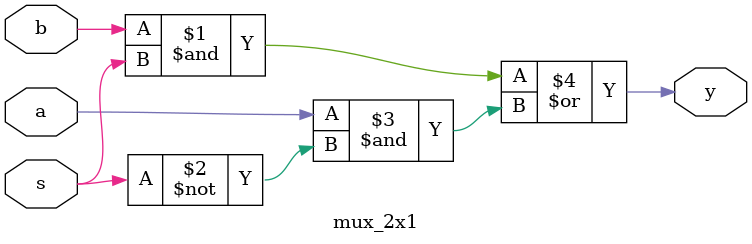
<source format=v>
`timescale 1ns / 1ps


module carryselectadd(

 
    input [3:0] a,b,
    input cin,
    output  [3:0] sum,
    output cout
       );
    wire [3:0] s1,s2;
    wire  cout1,cout2;
   
ripplecarryadder a1(a,b,1'b0,s1,cout1);
ripplecarryadder a2(a,b,1'b1,s2,cout2);
 mux_2x1 a3(cout1,cout2,cin,cout);
 mux_2x1 a4(s1[0],s2[0],cin,sum[0]);
 mux_2x1 a5(s1[1],s2[1],cin,sum[1]);
 mux_2x1 a6(s1[2],s1[2],cin,sum[2]);
 mux_2x1 a7(s1[3],s1[3],cin,sum[3]);
endmodule
module mux_2x1(a,b,s,y);
input a,b,s;
output y;
assign y=(b&s)|(a&(~s));
endmodule

</source>
